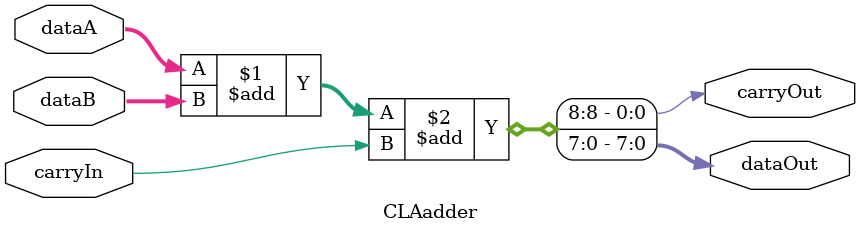
<source format=sv>
`timescale 1ns/1ns
module CLAadder(input [7:0]dataA, dataB,input carryIn,output [7:0]dataOut,output carryOut);

assign #29.3  {carryOut,dataOut} = dataA + dataB + carryIn;

endmodule
</source>
